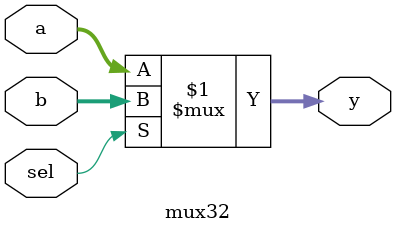
<source format=v>
module mux32(a,b,sel,y);
    input [31:0] a,b;
    input sel;
    output [31:0] y;

    assign y = sel ? b : a;

endmodule
</source>
